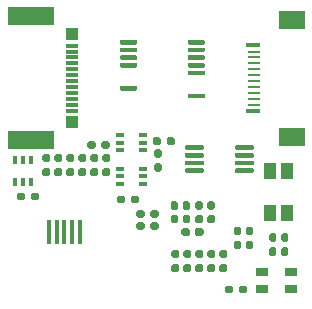
<source format=gtp>
%TF.GenerationSoftware,KiCad,Pcbnew,(5.1.7)-1*%
%TF.CreationDate,2021-02-13T17:52:44+01:00*%
%TF.ProjectId,twonkie,74776f6e-6b69-4652-9e6b-696361645f70,rev?*%
%TF.SameCoordinates,PX448d510PY20b3950*%
%TF.FileFunction,Paste,Top*%
%TF.FilePolarity,Positive*%
%FSLAX46Y46*%
G04 Gerber Fmt 4.6, Leading zero omitted, Abs format (unit mm)*
G04 Created by KiCad (PCBNEW (5.1.7)-1) date 2021-02-13 17:52:44*
%MOMM*%
%LPD*%
G01*
G04 APERTURE LIST*
%ADD10R,1.000000X0.260000*%
%ADD11R,1.250000X0.410000*%
%ADD12R,2.200000X1.500000*%
%ADD13R,0.450000X2.000000*%
%ADD14R,4.000000X1.500000*%
%ADD15R,1.000000X0.300000*%
%ADD16R,1.000000X1.000000*%
%ADD17R,0.650000X0.400000*%
%ADD18R,1.050000X1.400000*%
%ADD19R,0.400000X0.650000*%
%ADD20R,1.000000X0.800000*%
G04 APERTURE END LIST*
%TO.C,R27*%
G36*
G01*
X20861000Y-20830500D02*
X20541000Y-20830500D01*
G75*
G02*
X20381000Y-20670500I0J160000D01*
G01*
X20381000Y-20275500D01*
G75*
G02*
X20541000Y-20115500I160000J0D01*
G01*
X20861000Y-20115500D01*
G75*
G02*
X21021000Y-20275500I0J-160000D01*
G01*
X21021000Y-20670500D01*
G75*
G02*
X20861000Y-20830500I-160000J0D01*
G01*
G37*
G36*
G01*
X20861000Y-19635500D02*
X20541000Y-19635500D01*
G75*
G02*
X20381000Y-19475500I0J160000D01*
G01*
X20381000Y-19080500D01*
G75*
G02*
X20541000Y-18920500I160000J0D01*
G01*
X20861000Y-18920500D01*
G75*
G02*
X21021000Y-19080500I0J-160000D01*
G01*
X21021000Y-19475500D01*
G75*
G02*
X20861000Y-19635500I-160000J0D01*
G01*
G37*
%TD*%
D10*
%TO.C,J1*%
X21090000Y-8600000D03*
X21090000Y-8100000D03*
X21090000Y-7600000D03*
X21090000Y-7100000D03*
X21090000Y-6600000D03*
X21090000Y-6100000D03*
X21090000Y-5600000D03*
X21090000Y-5100000D03*
X21090000Y-4600000D03*
X21090000Y-4100000D03*
D11*
X20965000Y-9175000D03*
X20965000Y-3525000D03*
D12*
X24290000Y-11300000D03*
X24290000Y-1400000D03*
%TD*%
D13*
%TO.C,J3*%
X3729200Y-19390800D03*
X4379200Y-19390800D03*
X5029200Y-19390800D03*
X5679200Y-19390800D03*
X6329200Y-19390800D03*
%TD*%
%TO.C,R26*%
G36*
G01*
X11825000Y-17683500D02*
X11825000Y-18003500D01*
G75*
G02*
X11665000Y-18163500I-160000J0D01*
G01*
X11270000Y-18163500D01*
G75*
G02*
X11110000Y-18003500I0J160000D01*
G01*
X11110000Y-17683500D01*
G75*
G02*
X11270000Y-17523500I160000J0D01*
G01*
X11665000Y-17523500D01*
G75*
G02*
X11825000Y-17683500I0J-160000D01*
G01*
G37*
G36*
G01*
X13020000Y-17683500D02*
X13020000Y-18003500D01*
G75*
G02*
X12860000Y-18163500I-160000J0D01*
G01*
X12465000Y-18163500D01*
G75*
G02*
X12305000Y-18003500I0J160000D01*
G01*
X12305000Y-17683500D01*
G75*
G02*
X12465000Y-17523500I160000J0D01*
G01*
X12860000Y-17523500D01*
G75*
G02*
X13020000Y-17683500I0J-160000D01*
G01*
G37*
%TD*%
%TO.C,R25*%
G36*
G01*
X12305000Y-19019500D02*
X12305000Y-18699500D01*
G75*
G02*
X12465000Y-18539500I160000J0D01*
G01*
X12860000Y-18539500D01*
G75*
G02*
X13020000Y-18699500I0J-160000D01*
G01*
X13020000Y-19019500D01*
G75*
G02*
X12860000Y-19179500I-160000J0D01*
G01*
X12465000Y-19179500D01*
G75*
G02*
X12305000Y-19019500I0J160000D01*
G01*
G37*
G36*
G01*
X11110000Y-19019500D02*
X11110000Y-18699500D01*
G75*
G02*
X11270000Y-18539500I160000J0D01*
G01*
X11665000Y-18539500D01*
G75*
G02*
X11825000Y-18699500I0J-160000D01*
G01*
X11825000Y-19019500D01*
G75*
G02*
X11665000Y-19179500I-160000J0D01*
G01*
X11270000Y-19179500D01*
G75*
G02*
X11110000Y-19019500I0J160000D01*
G01*
G37*
%TD*%
%TO.C,R24*%
G36*
G01*
X23525500Y-20687000D02*
X23845500Y-20687000D01*
G75*
G02*
X24005500Y-20847000I0J-160000D01*
G01*
X24005500Y-21242000D01*
G75*
G02*
X23845500Y-21402000I-160000J0D01*
G01*
X23525500Y-21402000D01*
G75*
G02*
X23365500Y-21242000I0J160000D01*
G01*
X23365500Y-20847000D01*
G75*
G02*
X23525500Y-20687000I160000J0D01*
G01*
G37*
G36*
G01*
X23525500Y-19492000D02*
X23845500Y-19492000D01*
G75*
G02*
X24005500Y-19652000I0J-160000D01*
G01*
X24005500Y-20047000D01*
G75*
G02*
X23845500Y-20207000I-160000J0D01*
G01*
X23525500Y-20207000D01*
G75*
G02*
X23365500Y-20047000I0J160000D01*
G01*
X23365500Y-19652000D01*
G75*
G02*
X23525500Y-19492000I160000J0D01*
G01*
G37*
%TD*%
%TO.C,U2*%
G36*
G01*
X16935000Y-7763000D02*
X16935000Y-7963000D01*
G75*
G02*
X16835000Y-8063000I-100000J0D01*
G01*
X15560000Y-8063000D01*
G75*
G02*
X15460000Y-7963000I0J100000D01*
G01*
X15460000Y-7763000D01*
G75*
G02*
X15560000Y-7663000I100000J0D01*
G01*
X16835000Y-7663000D01*
G75*
G02*
X16935000Y-7763000I0J-100000D01*
G01*
G37*
G36*
G01*
X16935000Y-5813000D02*
X16935000Y-6013000D01*
G75*
G02*
X16835000Y-6113000I-100000J0D01*
G01*
X15560000Y-6113000D01*
G75*
G02*
X15460000Y-6013000I0J100000D01*
G01*
X15460000Y-5813000D01*
G75*
G02*
X15560000Y-5713000I100000J0D01*
G01*
X16835000Y-5713000D01*
G75*
G02*
X16935000Y-5813000I0J-100000D01*
G01*
G37*
G36*
G01*
X16935000Y-5163000D02*
X16935000Y-5363000D01*
G75*
G02*
X16835000Y-5463000I-100000J0D01*
G01*
X15560000Y-5463000D01*
G75*
G02*
X15460000Y-5363000I0J100000D01*
G01*
X15460000Y-5163000D01*
G75*
G02*
X15560000Y-5063000I100000J0D01*
G01*
X16835000Y-5063000D01*
G75*
G02*
X16935000Y-5163000I0J-100000D01*
G01*
G37*
G36*
G01*
X16935000Y-4513000D02*
X16935000Y-4713000D01*
G75*
G02*
X16835000Y-4813000I-100000J0D01*
G01*
X15560000Y-4813000D01*
G75*
G02*
X15460000Y-4713000I0J100000D01*
G01*
X15460000Y-4513000D01*
G75*
G02*
X15560000Y-4413000I100000J0D01*
G01*
X16835000Y-4413000D01*
G75*
G02*
X16935000Y-4513000I0J-100000D01*
G01*
G37*
G36*
G01*
X16935000Y-3863000D02*
X16935000Y-4063000D01*
G75*
G02*
X16835000Y-4163000I-100000J0D01*
G01*
X15560000Y-4163000D01*
G75*
G02*
X15460000Y-4063000I0J100000D01*
G01*
X15460000Y-3863000D01*
G75*
G02*
X15560000Y-3763000I100000J0D01*
G01*
X16835000Y-3763000D01*
G75*
G02*
X16935000Y-3863000I0J-100000D01*
G01*
G37*
G36*
G01*
X16935000Y-3213000D02*
X16935000Y-3413000D01*
G75*
G02*
X16835000Y-3513000I-100000J0D01*
G01*
X15560000Y-3513000D01*
G75*
G02*
X15460000Y-3413000I0J100000D01*
G01*
X15460000Y-3213000D01*
G75*
G02*
X15560000Y-3113000I100000J0D01*
G01*
X16835000Y-3113000D01*
G75*
G02*
X16935000Y-3213000I0J-100000D01*
G01*
G37*
G36*
G01*
X11210000Y-3213000D02*
X11210000Y-3413000D01*
G75*
G02*
X11110000Y-3513000I-100000J0D01*
G01*
X9835000Y-3513000D01*
G75*
G02*
X9735000Y-3413000I0J100000D01*
G01*
X9735000Y-3213000D01*
G75*
G02*
X9835000Y-3113000I100000J0D01*
G01*
X11110000Y-3113000D01*
G75*
G02*
X11210000Y-3213000I0J-100000D01*
G01*
G37*
G36*
G01*
X11210000Y-3863000D02*
X11210000Y-4063000D01*
G75*
G02*
X11110000Y-4163000I-100000J0D01*
G01*
X9835000Y-4163000D01*
G75*
G02*
X9735000Y-4063000I0J100000D01*
G01*
X9735000Y-3863000D01*
G75*
G02*
X9835000Y-3763000I100000J0D01*
G01*
X11110000Y-3763000D01*
G75*
G02*
X11210000Y-3863000I0J-100000D01*
G01*
G37*
G36*
G01*
X11210000Y-4513000D02*
X11210000Y-4713000D01*
G75*
G02*
X11110000Y-4813000I-100000J0D01*
G01*
X9835000Y-4813000D01*
G75*
G02*
X9735000Y-4713000I0J100000D01*
G01*
X9735000Y-4513000D01*
G75*
G02*
X9835000Y-4413000I100000J0D01*
G01*
X11110000Y-4413000D01*
G75*
G02*
X11210000Y-4513000I0J-100000D01*
G01*
G37*
G36*
G01*
X11210000Y-5163000D02*
X11210000Y-5363000D01*
G75*
G02*
X11110000Y-5463000I-100000J0D01*
G01*
X9835000Y-5463000D01*
G75*
G02*
X9735000Y-5363000I0J100000D01*
G01*
X9735000Y-5163000D01*
G75*
G02*
X9835000Y-5063000I100000J0D01*
G01*
X11110000Y-5063000D01*
G75*
G02*
X11210000Y-5163000I0J-100000D01*
G01*
G37*
G36*
G01*
X11210000Y-7113000D02*
X11210000Y-7313000D01*
G75*
G02*
X11110000Y-7413000I-100000J0D01*
G01*
X9835000Y-7413000D01*
G75*
G02*
X9735000Y-7313000I0J100000D01*
G01*
X9735000Y-7113000D01*
G75*
G02*
X9835000Y-7013000I100000J0D01*
G01*
X11110000Y-7013000D01*
G75*
G02*
X11210000Y-7113000I0J-100000D01*
G01*
G37*
%TD*%
D14*
%TO.C,J2*%
X2215000Y-11600000D03*
X2215000Y-1100000D03*
D15*
X5675000Y-9100000D03*
X5675000Y-8600000D03*
X5675000Y-8100000D03*
X5675000Y-7600000D03*
X5675000Y-7100000D03*
X5675000Y-6600000D03*
X5675000Y-6100000D03*
X5675000Y-5600000D03*
X5675000Y-5100000D03*
X5675000Y-4600000D03*
X5675000Y-4100000D03*
X5675000Y-3600000D03*
D16*
X5675000Y-2600000D03*
X5675000Y-10100000D03*
%TD*%
D17*
%TO.C,Q3*%
X11681500Y-11161000D03*
X11681500Y-12461000D03*
X9781500Y-11811000D03*
X11681500Y-11811000D03*
X9781500Y-12461000D03*
X9781500Y-11161000D03*
%TD*%
%TO.C,C2*%
G36*
G01*
X15522000Y-17516500D02*
X15212000Y-17516500D01*
G75*
G02*
X15057000Y-17361500I0J155000D01*
G01*
X15057000Y-16936500D01*
G75*
G02*
X15212000Y-16781500I155000J0D01*
G01*
X15522000Y-16781500D01*
G75*
G02*
X15677000Y-16936500I0J-155000D01*
G01*
X15677000Y-17361500D01*
G75*
G02*
X15522000Y-17516500I-155000J0D01*
G01*
G37*
G36*
G01*
X15522000Y-18651500D02*
X15212000Y-18651500D01*
G75*
G02*
X15057000Y-18496500I0J155000D01*
G01*
X15057000Y-18071500D01*
G75*
G02*
X15212000Y-17916500I155000J0D01*
G01*
X15522000Y-17916500D01*
G75*
G02*
X15677000Y-18071500I0J-155000D01*
G01*
X15677000Y-18496500D01*
G75*
G02*
X15522000Y-18651500I-155000J0D01*
G01*
G37*
%TD*%
%TO.C,C4*%
G36*
G01*
X14506000Y-17516500D02*
X14196000Y-17516500D01*
G75*
G02*
X14041000Y-17361500I0J155000D01*
G01*
X14041000Y-16936500D01*
G75*
G02*
X14196000Y-16781500I155000J0D01*
G01*
X14506000Y-16781500D01*
G75*
G02*
X14661000Y-16936500I0J-155000D01*
G01*
X14661000Y-17361500D01*
G75*
G02*
X14506000Y-17516500I-155000J0D01*
G01*
G37*
G36*
G01*
X14506000Y-18651500D02*
X14196000Y-18651500D01*
G75*
G02*
X14041000Y-18496500I0J155000D01*
G01*
X14041000Y-18071500D01*
G75*
G02*
X14196000Y-17916500I155000J0D01*
G01*
X14506000Y-17916500D01*
G75*
G02*
X14661000Y-18071500I0J-155000D01*
G01*
X14661000Y-18496500D01*
G75*
G02*
X14506000Y-18651500I-155000J0D01*
G01*
G37*
%TD*%
%TO.C,R14*%
G36*
G01*
X2208500Y-16543000D02*
X2208500Y-16223000D01*
G75*
G02*
X2368500Y-16063000I160000J0D01*
G01*
X2763500Y-16063000D01*
G75*
G02*
X2923500Y-16223000I0J-160000D01*
G01*
X2923500Y-16543000D01*
G75*
G02*
X2763500Y-16703000I-160000J0D01*
G01*
X2368500Y-16703000D01*
G75*
G02*
X2208500Y-16543000I0J160000D01*
G01*
G37*
G36*
G01*
X1013500Y-16543000D02*
X1013500Y-16223000D01*
G75*
G02*
X1173500Y-16063000I160000J0D01*
G01*
X1568500Y-16063000D01*
G75*
G02*
X1728500Y-16223000I0J-160000D01*
G01*
X1728500Y-16543000D01*
G75*
G02*
X1568500Y-16703000I-160000J0D01*
G01*
X1173500Y-16703000D01*
G75*
G02*
X1013500Y-16543000I0J160000D01*
G01*
G37*
%TD*%
%TO.C,R16*%
G36*
G01*
X13702000Y-11844000D02*
X13702000Y-11524000D01*
G75*
G02*
X13862000Y-11364000I160000J0D01*
G01*
X14257000Y-11364000D01*
G75*
G02*
X14417000Y-11524000I0J-160000D01*
G01*
X14417000Y-11844000D01*
G75*
G02*
X14257000Y-12004000I-160000J0D01*
G01*
X13862000Y-12004000D01*
G75*
G02*
X13702000Y-11844000I0J160000D01*
G01*
G37*
G36*
G01*
X12507000Y-11844000D02*
X12507000Y-11524000D01*
G75*
G02*
X12667000Y-11364000I160000J0D01*
G01*
X13062000Y-11364000D01*
G75*
G02*
X13222000Y-11524000I0J-160000D01*
G01*
X13222000Y-11844000D01*
G75*
G02*
X13062000Y-12004000I-160000J0D01*
G01*
X12667000Y-12004000D01*
G75*
G02*
X12507000Y-11844000I0J160000D01*
G01*
G37*
%TD*%
D18*
%TO.C,SW1*%
X23897500Y-17802000D03*
X23897500Y-14202000D03*
X22457500Y-17802000D03*
X22457500Y-14202000D03*
%TD*%
%TO.C,U5*%
G36*
G01*
X19461000Y-12333000D02*
X19461000Y-12133000D01*
G75*
G02*
X19561000Y-12033000I100000J0D01*
G01*
X20986000Y-12033000D01*
G75*
G02*
X21086000Y-12133000I0J-100000D01*
G01*
X21086000Y-12333000D01*
G75*
G02*
X20986000Y-12433000I-100000J0D01*
G01*
X19561000Y-12433000D01*
G75*
G02*
X19461000Y-12333000I0J100000D01*
G01*
G37*
G36*
G01*
X19461000Y-12983000D02*
X19461000Y-12783000D01*
G75*
G02*
X19561000Y-12683000I100000J0D01*
G01*
X20986000Y-12683000D01*
G75*
G02*
X21086000Y-12783000I0J-100000D01*
G01*
X21086000Y-12983000D01*
G75*
G02*
X20986000Y-13083000I-100000J0D01*
G01*
X19561000Y-13083000D01*
G75*
G02*
X19461000Y-12983000I0J100000D01*
G01*
G37*
G36*
G01*
X19461000Y-13633000D02*
X19461000Y-13433000D01*
G75*
G02*
X19561000Y-13333000I100000J0D01*
G01*
X20986000Y-13333000D01*
G75*
G02*
X21086000Y-13433000I0J-100000D01*
G01*
X21086000Y-13633000D01*
G75*
G02*
X20986000Y-13733000I-100000J0D01*
G01*
X19561000Y-13733000D01*
G75*
G02*
X19461000Y-13633000I0J100000D01*
G01*
G37*
G36*
G01*
X19461000Y-14283000D02*
X19461000Y-14083000D01*
G75*
G02*
X19561000Y-13983000I100000J0D01*
G01*
X20986000Y-13983000D01*
G75*
G02*
X21086000Y-14083000I0J-100000D01*
G01*
X21086000Y-14283000D01*
G75*
G02*
X20986000Y-14383000I-100000J0D01*
G01*
X19561000Y-14383000D01*
G75*
G02*
X19461000Y-14283000I0J100000D01*
G01*
G37*
G36*
G01*
X15236000Y-14283000D02*
X15236000Y-14083000D01*
G75*
G02*
X15336000Y-13983000I100000J0D01*
G01*
X16761000Y-13983000D01*
G75*
G02*
X16861000Y-14083000I0J-100000D01*
G01*
X16861000Y-14283000D01*
G75*
G02*
X16761000Y-14383000I-100000J0D01*
G01*
X15336000Y-14383000D01*
G75*
G02*
X15236000Y-14283000I0J100000D01*
G01*
G37*
G36*
G01*
X15236000Y-13633000D02*
X15236000Y-13433000D01*
G75*
G02*
X15336000Y-13333000I100000J0D01*
G01*
X16761000Y-13333000D01*
G75*
G02*
X16861000Y-13433000I0J-100000D01*
G01*
X16861000Y-13633000D01*
G75*
G02*
X16761000Y-13733000I-100000J0D01*
G01*
X15336000Y-13733000D01*
G75*
G02*
X15236000Y-13633000I0J100000D01*
G01*
G37*
G36*
G01*
X15236000Y-12983000D02*
X15236000Y-12783000D01*
G75*
G02*
X15336000Y-12683000I100000J0D01*
G01*
X16761000Y-12683000D01*
G75*
G02*
X16861000Y-12783000I0J-100000D01*
G01*
X16861000Y-12983000D01*
G75*
G02*
X16761000Y-13083000I-100000J0D01*
G01*
X15336000Y-13083000D01*
G75*
G02*
X15236000Y-12983000I0J100000D01*
G01*
G37*
G36*
G01*
X15236000Y-12333000D02*
X15236000Y-12133000D01*
G75*
G02*
X15336000Y-12033000I100000J0D01*
G01*
X16761000Y-12033000D01*
G75*
G02*
X16861000Y-12133000I0J-100000D01*
G01*
X16861000Y-12333000D01*
G75*
G02*
X16761000Y-12433000I-100000J0D01*
G01*
X15336000Y-12433000D01*
G75*
G02*
X15236000Y-12333000I0J100000D01*
G01*
G37*
%TD*%
%TO.C,R23*%
G36*
G01*
X12794000Y-13575000D02*
X13114000Y-13575000D01*
G75*
G02*
X13274000Y-13735000I0J-160000D01*
G01*
X13274000Y-14130000D01*
G75*
G02*
X13114000Y-14290000I-160000J0D01*
G01*
X12794000Y-14290000D01*
G75*
G02*
X12634000Y-14130000I0J160000D01*
G01*
X12634000Y-13735000D01*
G75*
G02*
X12794000Y-13575000I160000J0D01*
G01*
G37*
G36*
G01*
X12794000Y-12380000D02*
X13114000Y-12380000D01*
G75*
G02*
X13274000Y-12540000I0J-160000D01*
G01*
X13274000Y-12935000D01*
G75*
G02*
X13114000Y-13095000I-160000J0D01*
G01*
X12794000Y-13095000D01*
G75*
G02*
X12634000Y-12935000I0J160000D01*
G01*
X12634000Y-12540000D01*
G75*
G02*
X12794000Y-12380000I160000J0D01*
G01*
G37*
%TD*%
%TO.C,R22*%
G36*
G01*
X10174000Y-16477000D02*
X10174000Y-16797000D01*
G75*
G02*
X10014000Y-16957000I-160000J0D01*
G01*
X9619000Y-16957000D01*
G75*
G02*
X9459000Y-16797000I0J160000D01*
G01*
X9459000Y-16477000D01*
G75*
G02*
X9619000Y-16317000I160000J0D01*
G01*
X10014000Y-16317000D01*
G75*
G02*
X10174000Y-16477000I0J-160000D01*
G01*
G37*
G36*
G01*
X11369000Y-16477000D02*
X11369000Y-16797000D01*
G75*
G02*
X11209000Y-16957000I-160000J0D01*
G01*
X10814000Y-16957000D01*
G75*
G02*
X10654000Y-16797000I0J160000D01*
G01*
X10654000Y-16477000D01*
G75*
G02*
X10814000Y-16317000I160000J0D01*
G01*
X11209000Y-16317000D01*
G75*
G02*
X11369000Y-16477000I0J-160000D01*
G01*
G37*
%TD*%
%TO.C,R21*%
G36*
G01*
X18318500Y-22084000D02*
X18638500Y-22084000D01*
G75*
G02*
X18798500Y-22244000I0J-160000D01*
G01*
X18798500Y-22639000D01*
G75*
G02*
X18638500Y-22799000I-160000J0D01*
G01*
X18318500Y-22799000D01*
G75*
G02*
X18158500Y-22639000I0J160000D01*
G01*
X18158500Y-22244000D01*
G75*
G02*
X18318500Y-22084000I160000J0D01*
G01*
G37*
G36*
G01*
X18318500Y-20889000D02*
X18638500Y-20889000D01*
G75*
G02*
X18798500Y-21049000I0J-160000D01*
G01*
X18798500Y-21444000D01*
G75*
G02*
X18638500Y-21604000I-160000J0D01*
G01*
X18318500Y-21604000D01*
G75*
G02*
X18158500Y-21444000I0J160000D01*
G01*
X18158500Y-21049000D01*
G75*
G02*
X18318500Y-20889000I160000J0D01*
G01*
G37*
%TD*%
%TO.C,R20*%
G36*
G01*
X17302500Y-22084000D02*
X17622500Y-22084000D01*
G75*
G02*
X17782500Y-22244000I0J-160000D01*
G01*
X17782500Y-22639000D01*
G75*
G02*
X17622500Y-22799000I-160000J0D01*
G01*
X17302500Y-22799000D01*
G75*
G02*
X17142500Y-22639000I0J160000D01*
G01*
X17142500Y-22244000D01*
G75*
G02*
X17302500Y-22084000I160000J0D01*
G01*
G37*
G36*
G01*
X17302500Y-20889000D02*
X17622500Y-20889000D01*
G75*
G02*
X17782500Y-21049000I0J-160000D01*
G01*
X17782500Y-21444000D01*
G75*
G02*
X17622500Y-21604000I-160000J0D01*
G01*
X17302500Y-21604000D01*
G75*
G02*
X17142500Y-21444000I0J160000D01*
G01*
X17142500Y-21049000D01*
G75*
G02*
X17302500Y-20889000I160000J0D01*
G01*
G37*
%TD*%
%TO.C,R19*%
G36*
G01*
X16286500Y-22084000D02*
X16606500Y-22084000D01*
G75*
G02*
X16766500Y-22244000I0J-160000D01*
G01*
X16766500Y-22639000D01*
G75*
G02*
X16606500Y-22799000I-160000J0D01*
G01*
X16286500Y-22799000D01*
G75*
G02*
X16126500Y-22639000I0J160000D01*
G01*
X16126500Y-22244000D01*
G75*
G02*
X16286500Y-22084000I160000J0D01*
G01*
G37*
G36*
G01*
X16286500Y-20889000D02*
X16606500Y-20889000D01*
G75*
G02*
X16766500Y-21049000I0J-160000D01*
G01*
X16766500Y-21444000D01*
G75*
G02*
X16606500Y-21604000I-160000J0D01*
G01*
X16286500Y-21604000D01*
G75*
G02*
X16126500Y-21444000I0J160000D01*
G01*
X16126500Y-21049000D01*
G75*
G02*
X16286500Y-20889000I160000J0D01*
G01*
G37*
%TD*%
%TO.C,R18*%
G36*
G01*
X15270500Y-22084000D02*
X15590500Y-22084000D01*
G75*
G02*
X15750500Y-22244000I0J-160000D01*
G01*
X15750500Y-22639000D01*
G75*
G02*
X15590500Y-22799000I-160000J0D01*
G01*
X15270500Y-22799000D01*
G75*
G02*
X15110500Y-22639000I0J160000D01*
G01*
X15110500Y-22244000D01*
G75*
G02*
X15270500Y-22084000I160000J0D01*
G01*
G37*
G36*
G01*
X15270500Y-20889000D02*
X15590500Y-20889000D01*
G75*
G02*
X15750500Y-21049000I0J-160000D01*
G01*
X15750500Y-21444000D01*
G75*
G02*
X15590500Y-21604000I-160000J0D01*
G01*
X15270500Y-21604000D01*
G75*
G02*
X15110500Y-21444000I0J160000D01*
G01*
X15110500Y-21049000D01*
G75*
G02*
X15270500Y-20889000I160000J0D01*
G01*
G37*
%TD*%
%TO.C,R17*%
G36*
G01*
X14254500Y-22084000D02*
X14574500Y-22084000D01*
G75*
G02*
X14734500Y-22244000I0J-160000D01*
G01*
X14734500Y-22639000D01*
G75*
G02*
X14574500Y-22799000I-160000J0D01*
G01*
X14254500Y-22799000D01*
G75*
G02*
X14094500Y-22639000I0J160000D01*
G01*
X14094500Y-22244000D01*
G75*
G02*
X14254500Y-22084000I160000J0D01*
G01*
G37*
G36*
G01*
X14254500Y-20889000D02*
X14574500Y-20889000D01*
G75*
G02*
X14734500Y-21049000I0J-160000D01*
G01*
X14734500Y-21444000D01*
G75*
G02*
X14574500Y-21604000I-160000J0D01*
G01*
X14254500Y-21604000D01*
G75*
G02*
X14094500Y-21444000I0J160000D01*
G01*
X14094500Y-21049000D01*
G75*
G02*
X14254500Y-20889000I160000J0D01*
G01*
G37*
%TD*%
%TO.C,R15*%
G36*
G01*
X3332500Y-13956000D02*
X3652500Y-13956000D01*
G75*
G02*
X3812500Y-14116000I0J-160000D01*
G01*
X3812500Y-14511000D01*
G75*
G02*
X3652500Y-14671000I-160000J0D01*
G01*
X3332500Y-14671000D01*
G75*
G02*
X3172500Y-14511000I0J160000D01*
G01*
X3172500Y-14116000D01*
G75*
G02*
X3332500Y-13956000I160000J0D01*
G01*
G37*
G36*
G01*
X3332500Y-12761000D02*
X3652500Y-12761000D01*
G75*
G02*
X3812500Y-12921000I0J-160000D01*
G01*
X3812500Y-13316000D01*
G75*
G02*
X3652500Y-13476000I-160000J0D01*
G01*
X3332500Y-13476000D01*
G75*
G02*
X3172500Y-13316000I0J160000D01*
G01*
X3172500Y-12921000D01*
G75*
G02*
X3332500Y-12761000I160000J0D01*
G01*
G37*
%TD*%
%TO.C,R13*%
G36*
G01*
X4668500Y-13476000D02*
X4348500Y-13476000D01*
G75*
G02*
X4188500Y-13316000I0J160000D01*
G01*
X4188500Y-12921000D01*
G75*
G02*
X4348500Y-12761000I160000J0D01*
G01*
X4668500Y-12761000D01*
G75*
G02*
X4828500Y-12921000I0J-160000D01*
G01*
X4828500Y-13316000D01*
G75*
G02*
X4668500Y-13476000I-160000J0D01*
G01*
G37*
G36*
G01*
X4668500Y-14671000D02*
X4348500Y-14671000D01*
G75*
G02*
X4188500Y-14511000I0J160000D01*
G01*
X4188500Y-14116000D01*
G75*
G02*
X4348500Y-13956000I160000J0D01*
G01*
X4668500Y-13956000D01*
G75*
G02*
X4828500Y-14116000I0J-160000D01*
G01*
X4828500Y-14511000D01*
G75*
G02*
X4668500Y-14671000I-160000J0D01*
G01*
G37*
%TD*%
%TO.C,R12*%
G36*
G01*
X5684500Y-13476000D02*
X5364500Y-13476000D01*
G75*
G02*
X5204500Y-13316000I0J160000D01*
G01*
X5204500Y-12921000D01*
G75*
G02*
X5364500Y-12761000I160000J0D01*
G01*
X5684500Y-12761000D01*
G75*
G02*
X5844500Y-12921000I0J-160000D01*
G01*
X5844500Y-13316000D01*
G75*
G02*
X5684500Y-13476000I-160000J0D01*
G01*
G37*
G36*
G01*
X5684500Y-14671000D02*
X5364500Y-14671000D01*
G75*
G02*
X5204500Y-14511000I0J160000D01*
G01*
X5204500Y-14116000D01*
G75*
G02*
X5364500Y-13956000I160000J0D01*
G01*
X5684500Y-13956000D01*
G75*
G02*
X5844500Y-14116000I0J-160000D01*
G01*
X5844500Y-14511000D01*
G75*
G02*
X5684500Y-14671000I-160000J0D01*
G01*
G37*
%TD*%
%TO.C,R11*%
G36*
G01*
X6700500Y-13476000D02*
X6380500Y-13476000D01*
G75*
G02*
X6220500Y-13316000I0J160000D01*
G01*
X6220500Y-12921000D01*
G75*
G02*
X6380500Y-12761000I160000J0D01*
G01*
X6700500Y-12761000D01*
G75*
G02*
X6860500Y-12921000I0J-160000D01*
G01*
X6860500Y-13316000D01*
G75*
G02*
X6700500Y-13476000I-160000J0D01*
G01*
G37*
G36*
G01*
X6700500Y-14671000D02*
X6380500Y-14671000D01*
G75*
G02*
X6220500Y-14511000I0J160000D01*
G01*
X6220500Y-14116000D01*
G75*
G02*
X6380500Y-13956000I160000J0D01*
G01*
X6700500Y-13956000D01*
G75*
G02*
X6860500Y-14116000I0J-160000D01*
G01*
X6860500Y-14511000D01*
G75*
G02*
X6700500Y-14671000I-160000J0D01*
G01*
G37*
%TD*%
%TO.C,R10*%
G36*
G01*
X7716500Y-13476000D02*
X7396500Y-13476000D01*
G75*
G02*
X7236500Y-13316000I0J160000D01*
G01*
X7236500Y-12921000D01*
G75*
G02*
X7396500Y-12761000I160000J0D01*
G01*
X7716500Y-12761000D01*
G75*
G02*
X7876500Y-12921000I0J-160000D01*
G01*
X7876500Y-13316000D01*
G75*
G02*
X7716500Y-13476000I-160000J0D01*
G01*
G37*
G36*
G01*
X7716500Y-14671000D02*
X7396500Y-14671000D01*
G75*
G02*
X7236500Y-14511000I0J160000D01*
G01*
X7236500Y-14116000D01*
G75*
G02*
X7396500Y-13956000I160000J0D01*
G01*
X7716500Y-13956000D01*
G75*
G02*
X7876500Y-14116000I0J-160000D01*
G01*
X7876500Y-14511000D01*
G75*
G02*
X7716500Y-14671000I-160000J0D01*
G01*
G37*
%TD*%
%TO.C,R9*%
G36*
G01*
X8732500Y-13476000D02*
X8412500Y-13476000D01*
G75*
G02*
X8252500Y-13316000I0J160000D01*
G01*
X8252500Y-12921000D01*
G75*
G02*
X8412500Y-12761000I160000J0D01*
G01*
X8732500Y-12761000D01*
G75*
G02*
X8892500Y-12921000I0J-160000D01*
G01*
X8892500Y-13316000D01*
G75*
G02*
X8732500Y-13476000I-160000J0D01*
G01*
G37*
G36*
G01*
X8732500Y-14671000D02*
X8412500Y-14671000D01*
G75*
G02*
X8252500Y-14511000I0J160000D01*
G01*
X8252500Y-14116000D01*
G75*
G02*
X8412500Y-13956000I160000J0D01*
G01*
X8732500Y-13956000D01*
G75*
G02*
X8892500Y-14116000I0J-160000D01*
G01*
X8892500Y-14511000D01*
G75*
G02*
X8732500Y-14671000I-160000J0D01*
G01*
G37*
%TD*%
%TO.C,R8*%
G36*
G01*
X7697500Y-11841500D02*
X7697500Y-12161500D01*
G75*
G02*
X7537500Y-12321500I-160000J0D01*
G01*
X7142500Y-12321500D01*
G75*
G02*
X6982500Y-12161500I0J160000D01*
G01*
X6982500Y-11841500D01*
G75*
G02*
X7142500Y-11681500I160000J0D01*
G01*
X7537500Y-11681500D01*
G75*
G02*
X7697500Y-11841500I0J-160000D01*
G01*
G37*
G36*
G01*
X8892500Y-11841500D02*
X8892500Y-12161500D01*
G75*
G02*
X8732500Y-12321500I-160000J0D01*
G01*
X8337500Y-12321500D01*
G75*
G02*
X8177500Y-12161500I0J160000D01*
G01*
X8177500Y-11841500D01*
G75*
G02*
X8337500Y-11681500I160000J0D01*
G01*
X8732500Y-11681500D01*
G75*
G02*
X8892500Y-11841500I0J-160000D01*
G01*
G37*
%TD*%
%TO.C,R7*%
G36*
G01*
X19318000Y-24097000D02*
X19318000Y-24417000D01*
G75*
G02*
X19158000Y-24577000I-160000J0D01*
G01*
X18763000Y-24577000D01*
G75*
G02*
X18603000Y-24417000I0J160000D01*
G01*
X18603000Y-24097000D01*
G75*
G02*
X18763000Y-23937000I160000J0D01*
G01*
X19158000Y-23937000D01*
G75*
G02*
X19318000Y-24097000I0J-160000D01*
G01*
G37*
G36*
G01*
X20513000Y-24097000D02*
X20513000Y-24417000D01*
G75*
G02*
X20353000Y-24577000I-160000J0D01*
G01*
X19958000Y-24577000D01*
G75*
G02*
X19798000Y-24417000I0J160000D01*
G01*
X19798000Y-24097000D01*
G75*
G02*
X19958000Y-23937000I160000J0D01*
G01*
X20353000Y-23937000D01*
G75*
G02*
X20513000Y-24097000I0J-160000D01*
G01*
G37*
%TD*%
%TO.C,R6*%
G36*
G01*
X22829500Y-20207000D02*
X22509500Y-20207000D01*
G75*
G02*
X22349500Y-20047000I0J160000D01*
G01*
X22349500Y-19652000D01*
G75*
G02*
X22509500Y-19492000I160000J0D01*
G01*
X22829500Y-19492000D01*
G75*
G02*
X22989500Y-19652000I0J-160000D01*
G01*
X22989500Y-20047000D01*
G75*
G02*
X22829500Y-20207000I-160000J0D01*
G01*
G37*
G36*
G01*
X22829500Y-21402000D02*
X22509500Y-21402000D01*
G75*
G02*
X22349500Y-21242000I0J160000D01*
G01*
X22349500Y-20847000D01*
G75*
G02*
X22509500Y-20687000I160000J0D01*
G01*
X22829500Y-20687000D01*
G75*
G02*
X22989500Y-20847000I0J-160000D01*
G01*
X22989500Y-21242000D01*
G75*
G02*
X22829500Y-21402000I-160000J0D01*
G01*
G37*
%TD*%
%TO.C,R1*%
G36*
G01*
X19845000Y-19635500D02*
X19525000Y-19635500D01*
G75*
G02*
X19365000Y-19475500I0J160000D01*
G01*
X19365000Y-19080500D01*
G75*
G02*
X19525000Y-18920500I160000J0D01*
G01*
X19845000Y-18920500D01*
G75*
G02*
X20005000Y-19080500I0J-160000D01*
G01*
X20005000Y-19475500D01*
G75*
G02*
X19845000Y-19635500I-160000J0D01*
G01*
G37*
G36*
G01*
X19845000Y-20830500D02*
X19525000Y-20830500D01*
G75*
G02*
X19365000Y-20670500I0J160000D01*
G01*
X19365000Y-20275500D01*
G75*
G02*
X19525000Y-20115500I160000J0D01*
G01*
X19845000Y-20115500D01*
G75*
G02*
X20005000Y-20275500I0J-160000D01*
G01*
X20005000Y-20670500D01*
G75*
G02*
X19845000Y-20830500I-160000J0D01*
G01*
G37*
%TD*%
D17*
%TO.C,Q2*%
X9781500Y-15318500D03*
X9781500Y-14018500D03*
X11681500Y-14668500D03*
X9781500Y-14668500D03*
X11681500Y-14018500D03*
X11681500Y-15318500D03*
%TD*%
D19*
%TO.C,Q1*%
X2174000Y-15174000D03*
X874000Y-15174000D03*
X1524000Y-13274000D03*
X1524000Y-15174000D03*
X874000Y-13274000D03*
X2174000Y-13274000D03*
%TD*%
%TO.C,FB2*%
G36*
G01*
X16065000Y-19552900D02*
X16065000Y-19232900D01*
G75*
G02*
X16225000Y-19072900I160000J0D01*
G01*
X16670000Y-19072900D01*
G75*
G02*
X16830000Y-19232900I0J-160000D01*
G01*
X16830000Y-19552900D01*
G75*
G02*
X16670000Y-19712900I-160000J0D01*
G01*
X16225000Y-19712900D01*
G75*
G02*
X16065000Y-19552900I0J160000D01*
G01*
G37*
G36*
G01*
X14920000Y-19552900D02*
X14920000Y-19232900D01*
G75*
G02*
X15080000Y-19072900I160000J0D01*
G01*
X15525000Y-19072900D01*
G75*
G02*
X15685000Y-19232900I0J-160000D01*
G01*
X15685000Y-19552900D01*
G75*
G02*
X15525000Y-19712900I-160000J0D01*
G01*
X15080000Y-19712900D01*
G75*
G02*
X14920000Y-19552900I0J160000D01*
G01*
G37*
%TD*%
D20*
%TO.C,DS2*%
X24237000Y-22795000D03*
X21737000Y-22795000D03*
X21737000Y-24195000D03*
X24237000Y-24195000D03*
%TD*%
%TO.C,C6*%
G36*
G01*
X17617500Y-17516500D02*
X17307500Y-17516500D01*
G75*
G02*
X17152500Y-17361500I0J155000D01*
G01*
X17152500Y-16936500D01*
G75*
G02*
X17307500Y-16781500I155000J0D01*
G01*
X17617500Y-16781500D01*
G75*
G02*
X17772500Y-16936500I0J-155000D01*
G01*
X17772500Y-17361500D01*
G75*
G02*
X17617500Y-17516500I-155000J0D01*
G01*
G37*
G36*
G01*
X17617500Y-18651500D02*
X17307500Y-18651500D01*
G75*
G02*
X17152500Y-18496500I0J155000D01*
G01*
X17152500Y-18071500D01*
G75*
G02*
X17307500Y-17916500I155000J0D01*
G01*
X17617500Y-17916500D01*
G75*
G02*
X17772500Y-18071500I0J-155000D01*
G01*
X17772500Y-18496500D01*
G75*
G02*
X17617500Y-18651500I-155000J0D01*
G01*
G37*
%TD*%
%TO.C,C5*%
G36*
G01*
X16601500Y-17516500D02*
X16291500Y-17516500D01*
G75*
G02*
X16136500Y-17361500I0J155000D01*
G01*
X16136500Y-16936500D01*
G75*
G02*
X16291500Y-16781500I155000J0D01*
G01*
X16601500Y-16781500D01*
G75*
G02*
X16756500Y-16936500I0J-155000D01*
G01*
X16756500Y-17361500D01*
G75*
G02*
X16601500Y-17516500I-155000J0D01*
G01*
G37*
G36*
G01*
X16601500Y-18651500D02*
X16291500Y-18651500D01*
G75*
G02*
X16136500Y-18496500I0J155000D01*
G01*
X16136500Y-18071500D01*
G75*
G02*
X16291500Y-17916500I155000J0D01*
G01*
X16601500Y-17916500D01*
G75*
G02*
X16756500Y-18071500I0J-155000D01*
G01*
X16756500Y-18496500D01*
G75*
G02*
X16601500Y-18651500I-155000J0D01*
G01*
G37*
%TD*%
M02*

</source>
